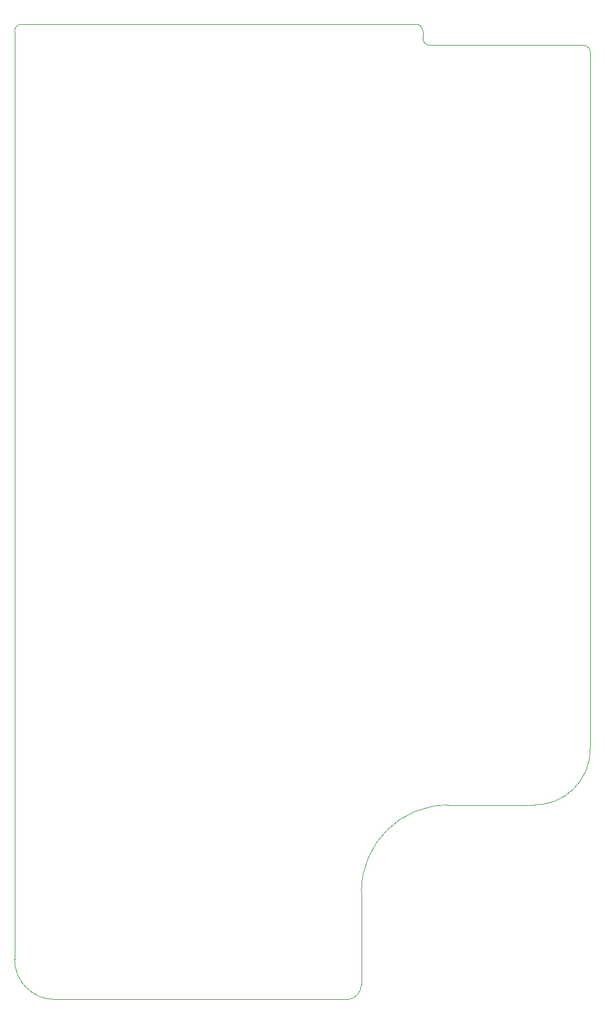
<source format=gbr>
G04 #@! TF.GenerationSoftware,KiCad,Pcbnew,5.1.5*
G04 #@! TF.CreationDate,2020-03-31T00:49:55+02:00*
G04 #@! TF.ProjectId,gameboy-dmg,67616d65-626f-4792-9d64-6d672e6b6963,rev?*
G04 #@! TF.SameCoordinates,PXa6cc320PY5867d60*
G04 #@! TF.FileFunction,Profile,NP*
%FSLAX46Y46*%
G04 Gerber Fmt 4.6, Leading zero omitted, Abs format (unit mm)*
G04 Created by KiCad (PCBNEW 5.1.5) date 2020-03-31 00:49:55*
%MOMM*%
%LPD*%
G04 APERTURE LIST*
%ADD10C,0.050000*%
G04 APERTURE END LIST*
D10*
X-36400000Y76600001D02*
G75*
G02X-37400359Y77580241I-11724J988600D01*
G01*
X-38400000Y79599999D02*
G75*
G02X-37399641Y78619759I11724J-988600D01*
G01*
X-37400359Y77580241D02*
X-37399641Y78619759D01*
X-14400359Y76600000D02*
X-36400000Y76600000D01*
X-14400359Y76599999D02*
G75*
G02X-13400000Y75619759I11724J-988600D01*
G01*
X-95899999Y78600000D02*
G75*
G02X-94919759Y79600359I988600J11724D01*
G01*
X-90150000Y-60050000D02*
G75*
G02X-95900000Y-54300000I0J5750000D01*
G01*
X-46200000Y-44600000D02*
X-46200000Y-57900000D01*
X-48028302Y-60050000D02*
X-90150000Y-60050000D01*
X-46200000Y-57900000D02*
G75*
G02X-48028302Y-60050000I-2178302J0D01*
G01*
X-95900000Y78600000D02*
X-95900000Y-54300000D01*
X-38400000Y79600000D02*
X-94919759Y79600359D01*
X-33800000Y-32200000D02*
X-21500030Y-32200000D01*
X-13400000Y-24102438D02*
G75*
G02X-21500030Y-32200000I-8000030J-97562D01*
G01*
X-46200000Y-44600000D02*
G75*
G02X-33800000Y-32200000I12400000J0D01*
G01*
X-13400000Y75619759D02*
X-13400000Y-24100000D01*
M02*

</source>
